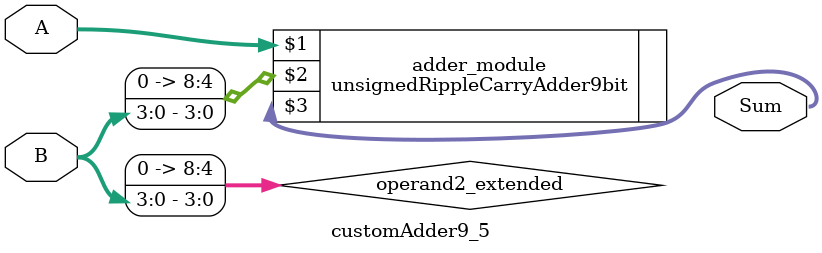
<source format=v>

module customAdder9_5(
                    input [8 : 0] A,
                    input [3 : 0] B,
                    
                    output [9 : 0] Sum
            );

    wire [8 : 0] operand2_extended;
    
    assign operand2_extended =  {5'b0, B};
    
    unsignedRippleCarryAdder9bit adder_module(
        A,
        operand2_extended,
        Sum
    );
    
endmodule
        
</source>
